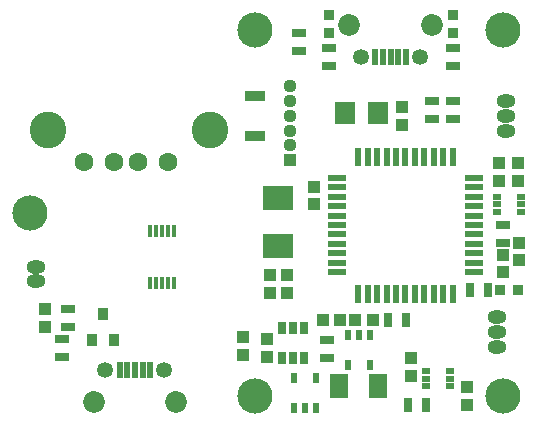
<source format=gts>
G04 (created by PCBNEW (2013-07-07 BZR 4022)-stable) date 3/23/2015 10:09:48 AM*
%MOIN*%
G04 Gerber Fmt 3.4, Leading zero omitted, Abs format*
%FSLAX34Y34*%
G01*
G70*
G90*
G04 APERTURE LIST*
%ADD10C,0.00590551*%
%ADD11R,0.063937X0.083937*%
%ADD12R,0.048937X0.028937*%
%ADD13R,0.028937X0.048937*%
%ADD14O,0.062937X0.045937*%
%ADD15R,0.029937X0.019937*%
%ADD16R,0.035337X0.035337*%
%ADD17R,0.098437X0.078737*%
%ADD18R,0.066937X0.074937*%
%ADD19R,0.043337X0.039337*%
%ADD20R,0.039337X0.043337*%
%ADD21R,0.043937X0.043937*%
%ADD22C,0.043937*%
%ADD23R,0.070937X0.035437*%
%ADD24C,0.117323*%
%ADD25R,0.023537X0.062937*%
%ADD26R,0.062937X0.023537*%
%ADD27R,0.019637X0.057037*%
%ADD28C,0.072837*%
%ADD29C,0.053137*%
%ADD30C,0.063037*%
%ADD31C,0.122037*%
%ADD32R,0.035437X0.043337*%
%ADD33R,0.014537X0.043337*%
%ADD34R,0.031537X0.043337*%
%ADD35R,0.023937X0.033937*%
G04 APERTURE END LIST*
G54D10*
G54D11*
X82342Y-77598D03*
X83642Y-77598D03*
G54D12*
X81988Y-66333D03*
X81988Y-66933D03*
X81948Y-76077D03*
X81948Y-76677D03*
G54D13*
X87307Y-74409D03*
X86707Y-74409D03*
G54D12*
X87795Y-72239D03*
X87795Y-72839D03*
G54D13*
X83951Y-75393D03*
X84551Y-75393D03*
G54D12*
X86122Y-66333D03*
X86122Y-66933D03*
X86122Y-68105D03*
X86122Y-68705D03*
X85433Y-68105D03*
X85433Y-68705D03*
X81003Y-66441D03*
X81003Y-65841D03*
G54D14*
X87893Y-69094D03*
X87893Y-68594D03*
X87893Y-68094D03*
X87598Y-75295D03*
X87598Y-75795D03*
X87598Y-76295D03*
G54D15*
X87592Y-71295D03*
X87592Y-71815D03*
X87592Y-71555D03*
X88392Y-71815D03*
X88392Y-71295D03*
X88392Y-71555D03*
X85229Y-77102D03*
X85229Y-77622D03*
X85229Y-77362D03*
X86029Y-77622D03*
X86029Y-77102D03*
X86029Y-77362D03*
G54D16*
X86122Y-65846D03*
X86122Y-65256D03*
X87697Y-74409D03*
X88287Y-74409D03*
X81988Y-65846D03*
X81988Y-65256D03*
G54D17*
X80314Y-72952D03*
X80314Y-71338D03*
G54D18*
X82520Y-68503D03*
X83620Y-68503D03*
G54D19*
X86614Y-78248D03*
X86614Y-77656D03*
X88287Y-70176D03*
X88287Y-70768D03*
X81496Y-71555D03*
X81496Y-70963D03*
X79133Y-75983D03*
X79133Y-76575D03*
X87795Y-73227D03*
X87795Y-73819D03*
G54D20*
X82382Y-75393D03*
X81790Y-75393D03*
G54D19*
X80019Y-74508D03*
X80019Y-73916D03*
X84448Y-68898D03*
X84448Y-68306D03*
X80610Y-74508D03*
X80610Y-73916D03*
X79940Y-76042D03*
X79940Y-76634D03*
X84744Y-77264D03*
X84744Y-76672D03*
X88326Y-73425D03*
X88326Y-72833D03*
G54D21*
X80708Y-70078D03*
G54D22*
X80708Y-69586D03*
X80708Y-69094D03*
X80708Y-68602D03*
X80708Y-68110D03*
X80708Y-67618D03*
G54D23*
X79527Y-69291D03*
X79527Y-67951D03*
G54D24*
X79527Y-77952D03*
X87795Y-77952D03*
X87795Y-65748D03*
X79527Y-65748D03*
G54D13*
X84640Y-78248D03*
X85240Y-78248D03*
G54D25*
X86121Y-69961D03*
X85806Y-69961D03*
X85491Y-69961D03*
X85176Y-69961D03*
X84861Y-69961D03*
X84547Y-69961D03*
X84233Y-69961D03*
X83918Y-69961D03*
X83603Y-69961D03*
X83288Y-69961D03*
X82973Y-69961D03*
G54D26*
X82264Y-70670D03*
X82264Y-70985D03*
X82264Y-71300D03*
X82264Y-71615D03*
X82264Y-71930D03*
X82264Y-72244D03*
X82264Y-72558D03*
X82264Y-72873D03*
X82264Y-73188D03*
X82264Y-73503D03*
X82264Y-73818D03*
G54D25*
X82973Y-74527D03*
X83288Y-74527D03*
X83603Y-74527D03*
X83918Y-74527D03*
X84233Y-74527D03*
X84547Y-74527D03*
X84861Y-74527D03*
X85176Y-74527D03*
X85491Y-74527D03*
X85806Y-74527D03*
X86121Y-74527D03*
G54D26*
X86830Y-73818D03*
X86830Y-73503D03*
X86830Y-73188D03*
X86830Y-72873D03*
X86830Y-72558D03*
X86830Y-72244D03*
X86830Y-71930D03*
X86830Y-71615D03*
X86830Y-71300D03*
X86830Y-70985D03*
X86830Y-70670D03*
G54D20*
X82873Y-75393D03*
X83465Y-75393D03*
G54D27*
X84567Y-66633D03*
X84311Y-66633D03*
X84055Y-66633D03*
X83799Y-66633D03*
X83543Y-66633D03*
G54D28*
X85433Y-65570D03*
G54D29*
X85039Y-66633D03*
X83071Y-66633D03*
G54D28*
X82677Y-65570D03*
G54D19*
X87677Y-70768D03*
X87677Y-70176D03*
G54D30*
X73836Y-70137D03*
X74836Y-70137D03*
X75636Y-70137D03*
X76636Y-70137D03*
G54D31*
X72636Y-69087D03*
X78036Y-69087D03*
G54D12*
X73110Y-76658D03*
X73110Y-76058D03*
G54D32*
X74468Y-75196D03*
X74843Y-76062D03*
X74093Y-76062D03*
G54D27*
X75019Y-77086D03*
X75275Y-77086D03*
X75531Y-77086D03*
X75787Y-77086D03*
X76043Y-77086D03*
G54D28*
X74153Y-78149D03*
G54D29*
X74547Y-77086D03*
X76515Y-77086D03*
G54D28*
X76909Y-78149D03*
G54D33*
X76020Y-74192D03*
X76220Y-74192D03*
X76420Y-74192D03*
X76620Y-74192D03*
X76820Y-74192D03*
X76820Y-72442D03*
X76620Y-72442D03*
X76420Y-72442D03*
X76220Y-72442D03*
X76020Y-72442D03*
G54D12*
X73287Y-75034D03*
X73287Y-75634D03*
G54D19*
X72539Y-75038D03*
X72539Y-75630D03*
G54D14*
X72244Y-73633D03*
X72244Y-74122D03*
G54D24*
X72047Y-71850D03*
G54D34*
X80432Y-75681D03*
X80807Y-75681D03*
X81182Y-75681D03*
X81182Y-76681D03*
X80807Y-76681D03*
X80432Y-76681D03*
G54D35*
X83367Y-75897D03*
X82617Y-75897D03*
X83367Y-76897D03*
X82992Y-75897D03*
X82617Y-76897D03*
X80825Y-78354D03*
X81575Y-78354D03*
X80825Y-77354D03*
X81200Y-78354D03*
X81575Y-77354D03*
M02*

</source>
